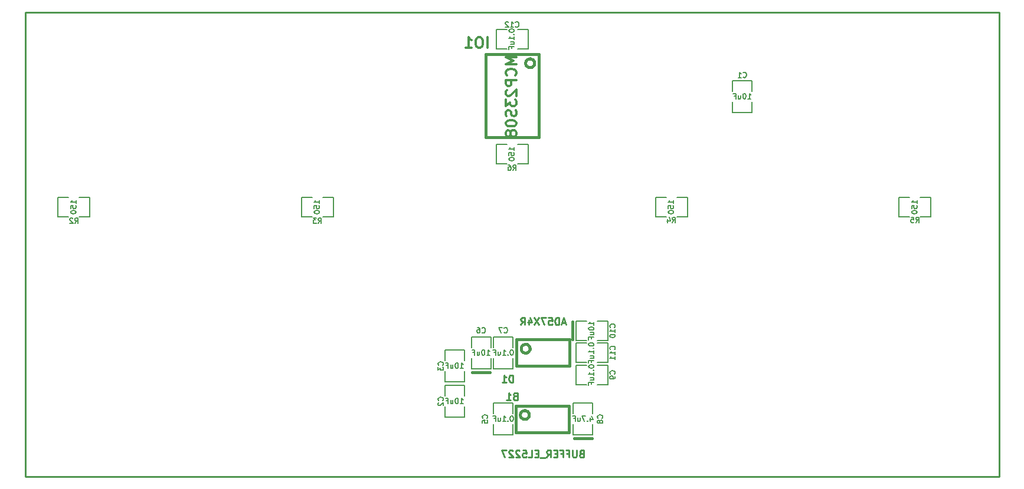
<source format=gbo>
G04 (created by PCBNEW-RS274X (2010-00-09 BZR 23xx)-stable) date Thu 04 Aug 2011 09:52:01 AM PDT*
G01*
G70*
G90*
%MOIN*%
G04 Gerber Fmt 3.4, Leading zero omitted, Abs format*
%FSLAX34Y34*%
G04 APERTURE LIST*
%ADD10C,0.006000*%
%ADD11C,0.009000*%
%ADD12C,0.015000*%
%ADD13C,0.005000*%
%ADD14C,0.012000*%
%ADD15C,0.010000*%
G04 APERTURE END LIST*
G54D10*
G54D11*
X30500Y-55750D02*
X30500Y-29500D01*
X85500Y-55750D02*
X30500Y-55750D01*
X85500Y-29500D02*
X85500Y-55750D01*
X30500Y-29500D02*
X85500Y-29500D01*
G54D12*
X56750Y-49850D02*
X55750Y-49850D01*
G54D13*
X56800Y-49050D02*
X56800Y-49650D01*
X56800Y-49650D02*
X55700Y-49650D01*
X55700Y-49650D02*
X55700Y-49050D01*
X55700Y-48450D02*
X55700Y-47850D01*
X55700Y-47850D02*
X56800Y-47850D01*
X56800Y-47850D02*
X56800Y-48450D01*
G54D12*
X62500Y-53600D02*
X61500Y-53600D01*
G54D13*
X62550Y-52800D02*
X62550Y-53400D01*
X62550Y-53400D02*
X61450Y-53400D01*
X61450Y-53400D02*
X61450Y-52800D01*
X61450Y-52200D02*
X61450Y-51600D01*
X61450Y-51600D02*
X62550Y-51600D01*
X62550Y-51600D02*
X62550Y-52200D01*
G54D12*
X61400Y-48000D02*
X61400Y-47000D01*
G54D13*
X62200Y-48050D02*
X61600Y-48050D01*
X61600Y-48050D02*
X61600Y-46950D01*
X61600Y-46950D02*
X62200Y-46950D01*
X62800Y-46950D02*
X63400Y-46950D01*
X63400Y-46950D02*
X63400Y-48050D01*
X63400Y-48050D02*
X62800Y-48050D01*
X55300Y-51800D02*
X55300Y-52400D01*
X55300Y-52400D02*
X54200Y-52400D01*
X54200Y-52400D02*
X54200Y-51800D01*
X54200Y-51200D02*
X54200Y-50600D01*
X54200Y-50600D02*
X55300Y-50600D01*
X55300Y-50600D02*
X55300Y-51200D01*
X54200Y-49200D02*
X54200Y-48600D01*
X54200Y-48600D02*
X55300Y-48600D01*
X55300Y-48600D02*
X55300Y-49200D01*
X55300Y-49800D02*
X55300Y-50400D01*
X55300Y-50400D02*
X54200Y-50400D01*
X54200Y-50400D02*
X54200Y-49800D01*
X58050Y-52800D02*
X58050Y-53400D01*
X58050Y-53400D02*
X56950Y-53400D01*
X56950Y-53400D02*
X56950Y-52800D01*
X56950Y-52200D02*
X56950Y-51600D01*
X56950Y-51600D02*
X58050Y-51600D01*
X58050Y-51600D02*
X58050Y-52200D01*
X71550Y-34550D02*
X71550Y-35150D01*
X71550Y-35150D02*
X70450Y-35150D01*
X70450Y-35150D02*
X70450Y-34550D01*
X70450Y-33950D02*
X70450Y-33350D01*
X70450Y-33350D02*
X71550Y-33350D01*
X71550Y-33350D02*
X71550Y-33950D01*
X62200Y-49300D02*
X61600Y-49300D01*
X61600Y-49300D02*
X61600Y-48200D01*
X61600Y-48200D02*
X62200Y-48200D01*
X62800Y-48200D02*
X63400Y-48200D01*
X63400Y-48200D02*
X63400Y-49300D01*
X63400Y-49300D02*
X62800Y-49300D01*
X62200Y-50550D02*
X61600Y-50550D01*
X61600Y-50550D02*
X61600Y-49450D01*
X61600Y-49450D02*
X62200Y-49450D01*
X62800Y-49450D02*
X63400Y-49450D01*
X63400Y-49450D02*
X63400Y-50550D01*
X63400Y-50550D02*
X62800Y-50550D01*
X58050Y-49050D02*
X58050Y-49650D01*
X58050Y-49650D02*
X56950Y-49650D01*
X56950Y-49650D02*
X56950Y-49050D01*
X56950Y-48450D02*
X56950Y-47850D01*
X56950Y-47850D02*
X58050Y-47850D01*
X58050Y-47850D02*
X58050Y-48450D01*
X81050Y-39950D02*
X81650Y-39950D01*
X81650Y-39950D02*
X81650Y-41050D01*
X81650Y-41050D02*
X81050Y-41050D01*
X80450Y-41050D02*
X79850Y-41050D01*
X79850Y-41050D02*
X79850Y-39950D01*
X79850Y-39950D02*
X80450Y-39950D01*
X67300Y-39950D02*
X67900Y-39950D01*
X67900Y-39950D02*
X67900Y-41050D01*
X67900Y-41050D02*
X67300Y-41050D01*
X66700Y-41050D02*
X66100Y-41050D01*
X66100Y-41050D02*
X66100Y-39950D01*
X66100Y-39950D02*
X66700Y-39950D01*
X46700Y-41050D02*
X46100Y-41050D01*
X46100Y-41050D02*
X46100Y-39950D01*
X46100Y-39950D02*
X46700Y-39950D01*
X47300Y-39950D02*
X47900Y-39950D01*
X47900Y-39950D02*
X47900Y-41050D01*
X47900Y-41050D02*
X47300Y-41050D01*
X32950Y-41050D02*
X32350Y-41050D01*
X32350Y-41050D02*
X32350Y-39950D01*
X32350Y-39950D02*
X32950Y-39950D01*
X33550Y-39950D02*
X34150Y-39950D01*
X34150Y-39950D02*
X34150Y-41050D01*
X34150Y-41050D02*
X33550Y-41050D01*
X58300Y-30450D02*
X58900Y-30450D01*
X58900Y-30450D02*
X58900Y-31550D01*
X58900Y-31550D02*
X58300Y-31550D01*
X57700Y-31550D02*
X57100Y-31550D01*
X57100Y-31550D02*
X57100Y-30450D01*
X57100Y-30450D02*
X57700Y-30450D01*
G54D12*
X56500Y-31850D02*
X56500Y-36550D01*
X59500Y-31850D02*
X59500Y-36550D01*
X59250Y-32350D02*
X59245Y-32398D01*
X59231Y-32445D01*
X59208Y-32488D01*
X59177Y-32526D01*
X59139Y-32557D01*
X59096Y-32580D01*
X59050Y-32594D01*
X59001Y-32599D01*
X58954Y-32595D01*
X58907Y-32581D01*
X58864Y-32559D01*
X58826Y-32528D01*
X58794Y-32491D01*
X58771Y-32448D01*
X58756Y-32401D01*
X58751Y-32353D01*
X58755Y-32305D01*
X58768Y-32258D01*
X58790Y-32215D01*
X58821Y-32177D01*
X58858Y-32145D01*
X58900Y-32121D01*
X58947Y-32106D01*
X58995Y-32101D01*
X59043Y-32104D01*
X59090Y-32117D01*
X59133Y-32139D01*
X59172Y-32169D01*
X59204Y-32206D01*
X59228Y-32249D01*
X59243Y-32295D01*
X59249Y-32344D01*
X59250Y-32350D01*
X59500Y-36550D02*
X56500Y-36550D01*
X56500Y-31850D02*
X59500Y-31850D01*
X58950Y-52250D02*
X58945Y-52298D01*
X58931Y-52345D01*
X58908Y-52388D01*
X58877Y-52426D01*
X58839Y-52457D01*
X58796Y-52480D01*
X58750Y-52494D01*
X58701Y-52499D01*
X58654Y-52495D01*
X58607Y-52481D01*
X58564Y-52459D01*
X58526Y-52428D01*
X58494Y-52391D01*
X58471Y-52348D01*
X58456Y-52301D01*
X58451Y-52253D01*
X58455Y-52205D01*
X58468Y-52158D01*
X58490Y-52115D01*
X58521Y-52077D01*
X58558Y-52045D01*
X58600Y-52021D01*
X58647Y-52006D01*
X58695Y-52001D01*
X58743Y-52004D01*
X58790Y-52017D01*
X58833Y-52039D01*
X58872Y-52069D01*
X58904Y-52106D01*
X58928Y-52149D01*
X58943Y-52195D01*
X58949Y-52244D01*
X58950Y-52250D01*
X58200Y-51750D02*
X61200Y-51750D01*
X61200Y-51750D02*
X61200Y-53250D01*
X61200Y-53250D02*
X58200Y-53250D01*
X58200Y-53250D02*
X58200Y-51750D01*
X59000Y-48500D02*
X58995Y-48548D01*
X58981Y-48595D01*
X58958Y-48638D01*
X58927Y-48676D01*
X58889Y-48707D01*
X58846Y-48730D01*
X58800Y-48744D01*
X58751Y-48749D01*
X58704Y-48745D01*
X58657Y-48731D01*
X58614Y-48709D01*
X58576Y-48678D01*
X58544Y-48641D01*
X58521Y-48598D01*
X58506Y-48551D01*
X58501Y-48503D01*
X58505Y-48455D01*
X58518Y-48408D01*
X58540Y-48365D01*
X58571Y-48327D01*
X58608Y-48295D01*
X58650Y-48271D01*
X58697Y-48256D01*
X58745Y-48251D01*
X58793Y-48254D01*
X58840Y-48267D01*
X58883Y-48289D01*
X58922Y-48319D01*
X58954Y-48356D01*
X58978Y-48399D01*
X58993Y-48445D01*
X58999Y-48494D01*
X59000Y-48500D01*
X58250Y-48000D02*
X61250Y-48000D01*
X61250Y-48000D02*
X61250Y-49500D01*
X61250Y-49500D02*
X58250Y-49500D01*
X58250Y-49500D02*
X58250Y-48000D01*
G54D13*
X57700Y-38050D02*
X57100Y-38050D01*
X57100Y-38050D02*
X57100Y-36950D01*
X57100Y-36950D02*
X57700Y-36950D01*
X58300Y-36950D02*
X58900Y-36950D01*
X58900Y-36950D02*
X58900Y-38050D01*
X58900Y-38050D02*
X58300Y-38050D01*
X56300Y-47593D02*
X56314Y-47607D01*
X56357Y-47621D01*
X56386Y-47621D01*
X56429Y-47607D01*
X56457Y-47579D01*
X56472Y-47550D01*
X56486Y-47493D01*
X56486Y-47450D01*
X56472Y-47393D01*
X56457Y-47364D01*
X56429Y-47336D01*
X56386Y-47321D01*
X56357Y-47321D01*
X56314Y-47336D01*
X56300Y-47350D01*
X56043Y-47321D02*
X56100Y-47321D01*
X56129Y-47336D01*
X56143Y-47350D01*
X56172Y-47393D01*
X56186Y-47450D01*
X56186Y-47564D01*
X56172Y-47593D01*
X56157Y-47607D01*
X56129Y-47621D01*
X56072Y-47621D01*
X56043Y-47607D01*
X56029Y-47593D01*
X56014Y-47564D01*
X56014Y-47493D01*
X56029Y-47464D01*
X56043Y-47450D01*
X56072Y-47436D01*
X56129Y-47436D01*
X56157Y-47450D01*
X56172Y-47464D01*
X56186Y-47493D01*
X56571Y-48871D02*
X56743Y-48871D01*
X56657Y-48871D02*
X56657Y-48571D01*
X56686Y-48614D01*
X56714Y-48643D01*
X56743Y-48657D01*
X56385Y-48571D02*
X56357Y-48571D01*
X56328Y-48586D01*
X56314Y-48600D01*
X56300Y-48629D01*
X56285Y-48686D01*
X56285Y-48757D01*
X56300Y-48814D01*
X56314Y-48843D01*
X56328Y-48857D01*
X56357Y-48871D01*
X56385Y-48871D01*
X56414Y-48857D01*
X56428Y-48843D01*
X56443Y-48814D01*
X56457Y-48757D01*
X56457Y-48686D01*
X56443Y-48629D01*
X56428Y-48600D01*
X56414Y-48586D01*
X56385Y-48571D01*
X56028Y-48671D02*
X56028Y-48871D01*
X56157Y-48671D02*
X56157Y-48829D01*
X56142Y-48857D01*
X56114Y-48871D01*
X56071Y-48871D01*
X56042Y-48857D01*
X56028Y-48843D01*
X55786Y-48714D02*
X55886Y-48714D01*
X55886Y-48871D02*
X55886Y-48571D01*
X55743Y-48571D01*
X63093Y-52450D02*
X63107Y-52436D01*
X63121Y-52393D01*
X63121Y-52364D01*
X63107Y-52321D01*
X63079Y-52293D01*
X63050Y-52278D01*
X62993Y-52264D01*
X62950Y-52264D01*
X62893Y-52278D01*
X62864Y-52293D01*
X62836Y-52321D01*
X62821Y-52364D01*
X62821Y-52393D01*
X62836Y-52436D01*
X62850Y-52450D01*
X62950Y-52621D02*
X62936Y-52593D01*
X62921Y-52578D01*
X62893Y-52564D01*
X62879Y-52564D01*
X62850Y-52578D01*
X62836Y-52593D01*
X62821Y-52621D01*
X62821Y-52678D01*
X62836Y-52707D01*
X62850Y-52721D01*
X62879Y-52736D01*
X62893Y-52736D01*
X62921Y-52721D01*
X62936Y-52707D01*
X62950Y-52678D01*
X62950Y-52621D01*
X62964Y-52593D01*
X62979Y-52578D01*
X63007Y-52564D01*
X63064Y-52564D01*
X63093Y-52578D01*
X63107Y-52593D01*
X63121Y-52621D01*
X63121Y-52678D01*
X63107Y-52707D01*
X63093Y-52721D01*
X63064Y-52736D01*
X63007Y-52736D01*
X62979Y-52721D01*
X62964Y-52707D01*
X62950Y-52678D01*
X62421Y-52421D02*
X62421Y-52621D01*
X62492Y-52307D02*
X62564Y-52521D01*
X62378Y-52521D01*
X62264Y-52593D02*
X62249Y-52607D01*
X62264Y-52621D01*
X62278Y-52607D01*
X62264Y-52593D01*
X62264Y-52621D01*
X62149Y-52321D02*
X61949Y-52321D01*
X62078Y-52621D01*
X61706Y-52421D02*
X61706Y-52621D01*
X61835Y-52421D02*
X61835Y-52579D01*
X61820Y-52607D01*
X61792Y-52621D01*
X61749Y-52621D01*
X61720Y-52607D01*
X61706Y-52593D01*
X61464Y-52464D02*
X61564Y-52464D01*
X61564Y-52621D02*
X61564Y-52321D01*
X61421Y-52321D01*
X63793Y-47307D02*
X63807Y-47293D01*
X63821Y-47250D01*
X63821Y-47221D01*
X63807Y-47178D01*
X63779Y-47150D01*
X63750Y-47135D01*
X63693Y-47121D01*
X63650Y-47121D01*
X63593Y-47135D01*
X63564Y-47150D01*
X63536Y-47178D01*
X63521Y-47221D01*
X63521Y-47250D01*
X63536Y-47293D01*
X63550Y-47307D01*
X63821Y-47593D02*
X63821Y-47421D01*
X63821Y-47507D02*
X63521Y-47507D01*
X63564Y-47478D01*
X63593Y-47450D01*
X63607Y-47421D01*
X63521Y-47779D02*
X63521Y-47807D01*
X63536Y-47836D01*
X63550Y-47850D01*
X63579Y-47864D01*
X63636Y-47879D01*
X63707Y-47879D01*
X63764Y-47864D01*
X63793Y-47850D01*
X63807Y-47836D01*
X63821Y-47807D01*
X63821Y-47779D01*
X63807Y-47750D01*
X63793Y-47736D01*
X63764Y-47721D01*
X63707Y-47707D01*
X63636Y-47707D01*
X63579Y-47721D01*
X63550Y-47736D01*
X63536Y-47750D01*
X63521Y-47779D01*
X62621Y-47179D02*
X62621Y-47007D01*
X62621Y-47093D02*
X62321Y-47093D01*
X62364Y-47064D01*
X62393Y-47036D01*
X62407Y-47007D01*
X62321Y-47365D02*
X62321Y-47393D01*
X62336Y-47422D01*
X62350Y-47436D01*
X62379Y-47450D01*
X62436Y-47465D01*
X62507Y-47465D01*
X62564Y-47450D01*
X62593Y-47436D01*
X62607Y-47422D01*
X62621Y-47393D01*
X62621Y-47365D01*
X62607Y-47336D01*
X62593Y-47322D01*
X62564Y-47307D01*
X62507Y-47293D01*
X62436Y-47293D01*
X62379Y-47307D01*
X62350Y-47322D01*
X62336Y-47336D01*
X62321Y-47365D01*
X62421Y-47722D02*
X62621Y-47722D01*
X62421Y-47593D02*
X62579Y-47593D01*
X62607Y-47608D01*
X62621Y-47636D01*
X62621Y-47679D01*
X62607Y-47708D01*
X62593Y-47722D01*
X62464Y-47964D02*
X62464Y-47864D01*
X62621Y-47864D02*
X62321Y-47864D01*
X62321Y-48007D01*
X54093Y-51450D02*
X54107Y-51436D01*
X54121Y-51393D01*
X54121Y-51364D01*
X54107Y-51321D01*
X54079Y-51293D01*
X54050Y-51278D01*
X53993Y-51264D01*
X53950Y-51264D01*
X53893Y-51278D01*
X53864Y-51293D01*
X53836Y-51321D01*
X53821Y-51364D01*
X53821Y-51393D01*
X53836Y-51436D01*
X53850Y-51450D01*
X53850Y-51564D02*
X53836Y-51578D01*
X53821Y-51607D01*
X53821Y-51678D01*
X53836Y-51707D01*
X53850Y-51721D01*
X53879Y-51736D01*
X53907Y-51736D01*
X53950Y-51721D01*
X54121Y-51550D01*
X54121Y-51736D01*
X55071Y-51621D02*
X55243Y-51621D01*
X55157Y-51621D02*
X55157Y-51321D01*
X55186Y-51364D01*
X55214Y-51393D01*
X55243Y-51407D01*
X54885Y-51321D02*
X54857Y-51321D01*
X54828Y-51336D01*
X54814Y-51350D01*
X54800Y-51379D01*
X54785Y-51436D01*
X54785Y-51507D01*
X54800Y-51564D01*
X54814Y-51593D01*
X54828Y-51607D01*
X54857Y-51621D01*
X54885Y-51621D01*
X54914Y-51607D01*
X54928Y-51593D01*
X54943Y-51564D01*
X54957Y-51507D01*
X54957Y-51436D01*
X54943Y-51379D01*
X54928Y-51350D01*
X54914Y-51336D01*
X54885Y-51321D01*
X54528Y-51421D02*
X54528Y-51621D01*
X54657Y-51421D02*
X54657Y-51579D01*
X54642Y-51607D01*
X54614Y-51621D01*
X54571Y-51621D01*
X54542Y-51607D01*
X54528Y-51593D01*
X54286Y-51464D02*
X54386Y-51464D01*
X54386Y-51621D02*
X54386Y-51321D01*
X54243Y-51321D01*
X54093Y-49450D02*
X54107Y-49436D01*
X54121Y-49393D01*
X54121Y-49364D01*
X54107Y-49321D01*
X54079Y-49293D01*
X54050Y-49278D01*
X53993Y-49264D01*
X53950Y-49264D01*
X53893Y-49278D01*
X53864Y-49293D01*
X53836Y-49321D01*
X53821Y-49364D01*
X53821Y-49393D01*
X53836Y-49436D01*
X53850Y-49450D01*
X53821Y-49550D02*
X53821Y-49736D01*
X53936Y-49636D01*
X53936Y-49678D01*
X53950Y-49707D01*
X53964Y-49721D01*
X53993Y-49736D01*
X54064Y-49736D01*
X54093Y-49721D01*
X54107Y-49707D01*
X54121Y-49678D01*
X54121Y-49593D01*
X54107Y-49564D01*
X54093Y-49550D01*
X55071Y-49621D02*
X55243Y-49621D01*
X55157Y-49621D02*
X55157Y-49321D01*
X55186Y-49364D01*
X55214Y-49393D01*
X55243Y-49407D01*
X54885Y-49321D02*
X54857Y-49321D01*
X54828Y-49336D01*
X54814Y-49350D01*
X54800Y-49379D01*
X54785Y-49436D01*
X54785Y-49507D01*
X54800Y-49564D01*
X54814Y-49593D01*
X54828Y-49607D01*
X54857Y-49621D01*
X54885Y-49621D01*
X54914Y-49607D01*
X54928Y-49593D01*
X54943Y-49564D01*
X54957Y-49507D01*
X54957Y-49436D01*
X54943Y-49379D01*
X54928Y-49350D01*
X54914Y-49336D01*
X54885Y-49321D01*
X54528Y-49421D02*
X54528Y-49621D01*
X54657Y-49421D02*
X54657Y-49579D01*
X54642Y-49607D01*
X54614Y-49621D01*
X54571Y-49621D01*
X54542Y-49607D01*
X54528Y-49593D01*
X54286Y-49464D02*
X54386Y-49464D01*
X54386Y-49621D02*
X54386Y-49321D01*
X54243Y-49321D01*
X56593Y-52450D02*
X56607Y-52436D01*
X56621Y-52393D01*
X56621Y-52364D01*
X56607Y-52321D01*
X56579Y-52293D01*
X56550Y-52278D01*
X56493Y-52264D01*
X56450Y-52264D01*
X56393Y-52278D01*
X56364Y-52293D01*
X56336Y-52321D01*
X56321Y-52364D01*
X56321Y-52393D01*
X56336Y-52436D01*
X56350Y-52450D01*
X56321Y-52721D02*
X56321Y-52578D01*
X56464Y-52564D01*
X56450Y-52578D01*
X56436Y-52607D01*
X56436Y-52678D01*
X56450Y-52707D01*
X56464Y-52721D01*
X56493Y-52736D01*
X56564Y-52736D01*
X56593Y-52721D01*
X56607Y-52707D01*
X56621Y-52678D01*
X56621Y-52607D01*
X56607Y-52578D01*
X56593Y-52564D01*
X57992Y-52321D02*
X57964Y-52321D01*
X57935Y-52336D01*
X57921Y-52350D01*
X57907Y-52379D01*
X57892Y-52436D01*
X57892Y-52507D01*
X57907Y-52564D01*
X57921Y-52593D01*
X57935Y-52607D01*
X57964Y-52621D01*
X57992Y-52621D01*
X58021Y-52607D01*
X58035Y-52593D01*
X58050Y-52564D01*
X58064Y-52507D01*
X58064Y-52436D01*
X58050Y-52379D01*
X58035Y-52350D01*
X58021Y-52336D01*
X57992Y-52321D01*
X57764Y-52593D02*
X57749Y-52607D01*
X57764Y-52621D01*
X57778Y-52607D01*
X57764Y-52593D01*
X57764Y-52621D01*
X57463Y-52621D02*
X57635Y-52621D01*
X57549Y-52621D02*
X57549Y-52321D01*
X57578Y-52364D01*
X57606Y-52393D01*
X57635Y-52407D01*
X57206Y-52421D02*
X57206Y-52621D01*
X57335Y-52421D02*
X57335Y-52579D01*
X57320Y-52607D01*
X57292Y-52621D01*
X57249Y-52621D01*
X57220Y-52607D01*
X57206Y-52593D01*
X56964Y-52464D02*
X57064Y-52464D01*
X57064Y-52621D02*
X57064Y-52321D01*
X56921Y-52321D01*
X71050Y-33143D02*
X71064Y-33157D01*
X71107Y-33171D01*
X71136Y-33171D01*
X71179Y-33157D01*
X71207Y-33129D01*
X71222Y-33100D01*
X71236Y-33043D01*
X71236Y-33000D01*
X71222Y-32943D01*
X71207Y-32914D01*
X71179Y-32886D01*
X71136Y-32871D01*
X71107Y-32871D01*
X71064Y-32886D01*
X71050Y-32900D01*
X70764Y-33171D02*
X70936Y-33171D01*
X70850Y-33171D02*
X70850Y-32871D01*
X70879Y-32914D01*
X70907Y-32943D01*
X70936Y-32957D01*
X71321Y-34371D02*
X71493Y-34371D01*
X71407Y-34371D02*
X71407Y-34071D01*
X71436Y-34114D01*
X71464Y-34143D01*
X71493Y-34157D01*
X71135Y-34071D02*
X71107Y-34071D01*
X71078Y-34086D01*
X71064Y-34100D01*
X71050Y-34129D01*
X71035Y-34186D01*
X71035Y-34257D01*
X71050Y-34314D01*
X71064Y-34343D01*
X71078Y-34357D01*
X71107Y-34371D01*
X71135Y-34371D01*
X71164Y-34357D01*
X71178Y-34343D01*
X71193Y-34314D01*
X71207Y-34257D01*
X71207Y-34186D01*
X71193Y-34129D01*
X71178Y-34100D01*
X71164Y-34086D01*
X71135Y-34071D01*
X70778Y-34171D02*
X70778Y-34371D01*
X70907Y-34171D02*
X70907Y-34329D01*
X70892Y-34357D01*
X70864Y-34371D01*
X70821Y-34371D01*
X70792Y-34357D01*
X70778Y-34343D01*
X70536Y-34214D02*
X70636Y-34214D01*
X70636Y-34371D02*
X70636Y-34071D01*
X70493Y-34071D01*
X63793Y-48557D02*
X63807Y-48543D01*
X63821Y-48500D01*
X63821Y-48471D01*
X63807Y-48428D01*
X63779Y-48400D01*
X63750Y-48385D01*
X63693Y-48371D01*
X63650Y-48371D01*
X63593Y-48385D01*
X63564Y-48400D01*
X63536Y-48428D01*
X63521Y-48471D01*
X63521Y-48500D01*
X63536Y-48543D01*
X63550Y-48557D01*
X63821Y-48843D02*
X63821Y-48671D01*
X63821Y-48757D02*
X63521Y-48757D01*
X63564Y-48728D01*
X63593Y-48700D01*
X63607Y-48671D01*
X63821Y-49129D02*
X63821Y-48957D01*
X63821Y-49043D02*
X63521Y-49043D01*
X63564Y-49014D01*
X63593Y-48986D01*
X63607Y-48957D01*
X62321Y-48258D02*
X62321Y-48286D01*
X62336Y-48315D01*
X62350Y-48329D01*
X62379Y-48343D01*
X62436Y-48358D01*
X62507Y-48358D01*
X62564Y-48343D01*
X62593Y-48329D01*
X62607Y-48315D01*
X62621Y-48286D01*
X62621Y-48258D01*
X62607Y-48229D01*
X62593Y-48215D01*
X62564Y-48200D01*
X62507Y-48186D01*
X62436Y-48186D01*
X62379Y-48200D01*
X62350Y-48215D01*
X62336Y-48229D01*
X62321Y-48258D01*
X62593Y-48486D02*
X62607Y-48501D01*
X62621Y-48486D01*
X62607Y-48472D01*
X62593Y-48486D01*
X62621Y-48486D01*
X62621Y-48787D02*
X62621Y-48615D01*
X62621Y-48701D02*
X62321Y-48701D01*
X62364Y-48672D01*
X62393Y-48644D01*
X62407Y-48615D01*
X62421Y-49044D02*
X62621Y-49044D01*
X62421Y-48915D02*
X62579Y-48915D01*
X62607Y-48930D01*
X62621Y-48958D01*
X62621Y-49001D01*
X62607Y-49030D01*
X62593Y-49044D01*
X62464Y-49286D02*
X62464Y-49186D01*
X62621Y-49186D02*
X62321Y-49186D01*
X62321Y-49329D01*
X63793Y-49950D02*
X63807Y-49936D01*
X63821Y-49893D01*
X63821Y-49864D01*
X63807Y-49821D01*
X63779Y-49793D01*
X63750Y-49778D01*
X63693Y-49764D01*
X63650Y-49764D01*
X63593Y-49778D01*
X63564Y-49793D01*
X63536Y-49821D01*
X63521Y-49864D01*
X63521Y-49893D01*
X63536Y-49936D01*
X63550Y-49950D01*
X63821Y-50093D02*
X63821Y-50150D01*
X63807Y-50178D01*
X63793Y-50193D01*
X63750Y-50221D01*
X63693Y-50236D01*
X63579Y-50236D01*
X63550Y-50221D01*
X63536Y-50207D01*
X63521Y-50178D01*
X63521Y-50121D01*
X63536Y-50093D01*
X63550Y-50078D01*
X63579Y-50064D01*
X63650Y-50064D01*
X63679Y-50078D01*
X63693Y-50093D01*
X63707Y-50121D01*
X63707Y-50178D01*
X63693Y-50207D01*
X63679Y-50221D01*
X63650Y-50236D01*
X62321Y-49508D02*
X62321Y-49536D01*
X62336Y-49565D01*
X62350Y-49579D01*
X62379Y-49593D01*
X62436Y-49608D01*
X62507Y-49608D01*
X62564Y-49593D01*
X62593Y-49579D01*
X62607Y-49565D01*
X62621Y-49536D01*
X62621Y-49508D01*
X62607Y-49479D01*
X62593Y-49465D01*
X62564Y-49450D01*
X62507Y-49436D01*
X62436Y-49436D01*
X62379Y-49450D01*
X62350Y-49465D01*
X62336Y-49479D01*
X62321Y-49508D01*
X62593Y-49736D02*
X62607Y-49751D01*
X62621Y-49736D01*
X62607Y-49722D01*
X62593Y-49736D01*
X62621Y-49736D01*
X62621Y-50037D02*
X62621Y-49865D01*
X62621Y-49951D02*
X62321Y-49951D01*
X62364Y-49922D01*
X62393Y-49894D01*
X62407Y-49865D01*
X62421Y-50294D02*
X62621Y-50294D01*
X62421Y-50165D02*
X62579Y-50165D01*
X62607Y-50180D01*
X62621Y-50208D01*
X62621Y-50251D01*
X62607Y-50280D01*
X62593Y-50294D01*
X62464Y-50536D02*
X62464Y-50436D01*
X62621Y-50436D02*
X62321Y-50436D01*
X62321Y-50579D01*
X57550Y-47593D02*
X57564Y-47607D01*
X57607Y-47621D01*
X57636Y-47621D01*
X57679Y-47607D01*
X57707Y-47579D01*
X57722Y-47550D01*
X57736Y-47493D01*
X57736Y-47450D01*
X57722Y-47393D01*
X57707Y-47364D01*
X57679Y-47336D01*
X57636Y-47321D01*
X57607Y-47321D01*
X57564Y-47336D01*
X57550Y-47350D01*
X57450Y-47321D02*
X57250Y-47321D01*
X57379Y-47621D01*
X57992Y-48571D02*
X57964Y-48571D01*
X57935Y-48586D01*
X57921Y-48600D01*
X57907Y-48629D01*
X57892Y-48686D01*
X57892Y-48757D01*
X57907Y-48814D01*
X57921Y-48843D01*
X57935Y-48857D01*
X57964Y-48871D01*
X57992Y-48871D01*
X58021Y-48857D01*
X58035Y-48843D01*
X58050Y-48814D01*
X58064Y-48757D01*
X58064Y-48686D01*
X58050Y-48629D01*
X58035Y-48600D01*
X58021Y-48586D01*
X57992Y-48571D01*
X57764Y-48843D02*
X57749Y-48857D01*
X57764Y-48871D01*
X57778Y-48857D01*
X57764Y-48843D01*
X57764Y-48871D01*
X57463Y-48871D02*
X57635Y-48871D01*
X57549Y-48871D02*
X57549Y-48571D01*
X57578Y-48614D01*
X57606Y-48643D01*
X57635Y-48657D01*
X57206Y-48671D02*
X57206Y-48871D01*
X57335Y-48671D02*
X57335Y-48829D01*
X57320Y-48857D01*
X57292Y-48871D01*
X57249Y-48871D01*
X57220Y-48857D01*
X57206Y-48843D01*
X56964Y-48714D02*
X57064Y-48714D01*
X57064Y-48871D02*
X57064Y-48571D01*
X56921Y-48571D01*
X80800Y-41371D02*
X80900Y-41229D01*
X80972Y-41371D02*
X80972Y-41071D01*
X80857Y-41071D01*
X80829Y-41086D01*
X80814Y-41100D01*
X80800Y-41129D01*
X80800Y-41171D01*
X80814Y-41200D01*
X80829Y-41214D01*
X80857Y-41229D01*
X80972Y-41229D01*
X80529Y-41071D02*
X80672Y-41071D01*
X80686Y-41214D01*
X80672Y-41200D01*
X80643Y-41186D01*
X80572Y-41186D01*
X80543Y-41200D01*
X80529Y-41214D01*
X80514Y-41243D01*
X80514Y-41314D01*
X80529Y-41343D01*
X80543Y-41357D01*
X80572Y-41371D01*
X80643Y-41371D01*
X80672Y-41357D01*
X80686Y-41343D01*
X80871Y-40300D02*
X80871Y-40128D01*
X80871Y-40214D02*
X80571Y-40214D01*
X80614Y-40185D01*
X80643Y-40157D01*
X80657Y-40128D01*
X80571Y-40571D02*
X80571Y-40428D01*
X80714Y-40414D01*
X80700Y-40428D01*
X80686Y-40457D01*
X80686Y-40528D01*
X80700Y-40557D01*
X80714Y-40571D01*
X80743Y-40586D01*
X80814Y-40586D01*
X80843Y-40571D01*
X80857Y-40557D01*
X80871Y-40528D01*
X80871Y-40457D01*
X80857Y-40428D01*
X80843Y-40414D01*
X80571Y-40772D02*
X80571Y-40800D01*
X80586Y-40829D01*
X80600Y-40843D01*
X80629Y-40857D01*
X80686Y-40872D01*
X80757Y-40872D01*
X80814Y-40857D01*
X80843Y-40843D01*
X80857Y-40829D01*
X80871Y-40800D01*
X80871Y-40772D01*
X80857Y-40743D01*
X80843Y-40729D01*
X80814Y-40714D01*
X80757Y-40700D01*
X80686Y-40700D01*
X80629Y-40714D01*
X80600Y-40729D01*
X80586Y-40743D01*
X80571Y-40772D01*
X67050Y-41371D02*
X67150Y-41229D01*
X67222Y-41371D02*
X67222Y-41071D01*
X67107Y-41071D01*
X67079Y-41086D01*
X67064Y-41100D01*
X67050Y-41129D01*
X67050Y-41171D01*
X67064Y-41200D01*
X67079Y-41214D01*
X67107Y-41229D01*
X67222Y-41229D01*
X66793Y-41171D02*
X66793Y-41371D01*
X66864Y-41057D02*
X66936Y-41271D01*
X66750Y-41271D01*
X67121Y-40300D02*
X67121Y-40128D01*
X67121Y-40214D02*
X66821Y-40214D01*
X66864Y-40185D01*
X66893Y-40157D01*
X66907Y-40128D01*
X66821Y-40571D02*
X66821Y-40428D01*
X66964Y-40414D01*
X66950Y-40428D01*
X66936Y-40457D01*
X66936Y-40528D01*
X66950Y-40557D01*
X66964Y-40571D01*
X66993Y-40586D01*
X67064Y-40586D01*
X67093Y-40571D01*
X67107Y-40557D01*
X67121Y-40528D01*
X67121Y-40457D01*
X67107Y-40428D01*
X67093Y-40414D01*
X66821Y-40772D02*
X66821Y-40800D01*
X66836Y-40829D01*
X66850Y-40843D01*
X66879Y-40857D01*
X66936Y-40872D01*
X67007Y-40872D01*
X67064Y-40857D01*
X67093Y-40843D01*
X67107Y-40829D01*
X67121Y-40800D01*
X67121Y-40772D01*
X67107Y-40743D01*
X67093Y-40729D01*
X67064Y-40714D01*
X67007Y-40700D01*
X66936Y-40700D01*
X66879Y-40714D01*
X66850Y-40729D01*
X66836Y-40743D01*
X66821Y-40772D01*
X47050Y-41421D02*
X47150Y-41279D01*
X47222Y-41421D02*
X47222Y-41121D01*
X47107Y-41121D01*
X47079Y-41136D01*
X47064Y-41150D01*
X47050Y-41179D01*
X47050Y-41221D01*
X47064Y-41250D01*
X47079Y-41264D01*
X47107Y-41279D01*
X47222Y-41279D01*
X46950Y-41121D02*
X46764Y-41121D01*
X46864Y-41236D01*
X46822Y-41236D01*
X46793Y-41250D01*
X46779Y-41264D01*
X46764Y-41293D01*
X46764Y-41364D01*
X46779Y-41393D01*
X46793Y-41407D01*
X46822Y-41421D01*
X46907Y-41421D01*
X46936Y-41407D01*
X46950Y-41393D01*
X47121Y-40300D02*
X47121Y-40128D01*
X47121Y-40214D02*
X46821Y-40214D01*
X46864Y-40185D01*
X46893Y-40157D01*
X46907Y-40128D01*
X46821Y-40571D02*
X46821Y-40428D01*
X46964Y-40414D01*
X46950Y-40428D01*
X46936Y-40457D01*
X46936Y-40528D01*
X46950Y-40557D01*
X46964Y-40571D01*
X46993Y-40586D01*
X47064Y-40586D01*
X47093Y-40571D01*
X47107Y-40557D01*
X47121Y-40528D01*
X47121Y-40457D01*
X47107Y-40428D01*
X47093Y-40414D01*
X46821Y-40772D02*
X46821Y-40800D01*
X46836Y-40829D01*
X46850Y-40843D01*
X46879Y-40857D01*
X46936Y-40872D01*
X47007Y-40872D01*
X47064Y-40857D01*
X47093Y-40843D01*
X47107Y-40829D01*
X47121Y-40800D01*
X47121Y-40772D01*
X47107Y-40743D01*
X47093Y-40729D01*
X47064Y-40714D01*
X47007Y-40700D01*
X46936Y-40700D01*
X46879Y-40714D01*
X46850Y-40729D01*
X46836Y-40743D01*
X46821Y-40772D01*
X33300Y-41421D02*
X33400Y-41279D01*
X33472Y-41421D02*
X33472Y-41121D01*
X33357Y-41121D01*
X33329Y-41136D01*
X33314Y-41150D01*
X33300Y-41179D01*
X33300Y-41221D01*
X33314Y-41250D01*
X33329Y-41264D01*
X33357Y-41279D01*
X33472Y-41279D01*
X33186Y-41150D02*
X33172Y-41136D01*
X33143Y-41121D01*
X33072Y-41121D01*
X33043Y-41136D01*
X33029Y-41150D01*
X33014Y-41179D01*
X33014Y-41207D01*
X33029Y-41250D01*
X33200Y-41421D01*
X33014Y-41421D01*
X33371Y-40300D02*
X33371Y-40128D01*
X33371Y-40214D02*
X33071Y-40214D01*
X33114Y-40185D01*
X33143Y-40157D01*
X33157Y-40128D01*
X33071Y-40571D02*
X33071Y-40428D01*
X33214Y-40414D01*
X33200Y-40428D01*
X33186Y-40457D01*
X33186Y-40528D01*
X33200Y-40557D01*
X33214Y-40571D01*
X33243Y-40586D01*
X33314Y-40586D01*
X33343Y-40571D01*
X33357Y-40557D01*
X33371Y-40528D01*
X33371Y-40457D01*
X33357Y-40428D01*
X33343Y-40414D01*
X33071Y-40772D02*
X33071Y-40800D01*
X33086Y-40829D01*
X33100Y-40843D01*
X33129Y-40857D01*
X33186Y-40872D01*
X33257Y-40872D01*
X33314Y-40857D01*
X33343Y-40843D01*
X33357Y-40829D01*
X33371Y-40800D01*
X33371Y-40772D01*
X33357Y-40743D01*
X33343Y-40729D01*
X33314Y-40714D01*
X33257Y-40700D01*
X33186Y-40700D01*
X33129Y-40714D01*
X33100Y-40729D01*
X33086Y-40743D01*
X33071Y-40772D01*
X58193Y-30293D02*
X58207Y-30307D01*
X58250Y-30321D01*
X58279Y-30321D01*
X58322Y-30307D01*
X58350Y-30279D01*
X58365Y-30250D01*
X58379Y-30193D01*
X58379Y-30150D01*
X58365Y-30093D01*
X58350Y-30064D01*
X58322Y-30036D01*
X58279Y-30021D01*
X58250Y-30021D01*
X58207Y-30036D01*
X58193Y-30050D01*
X57907Y-30321D02*
X58079Y-30321D01*
X57993Y-30321D02*
X57993Y-30021D01*
X58022Y-30064D01*
X58050Y-30093D01*
X58079Y-30107D01*
X57793Y-30050D02*
X57779Y-30036D01*
X57750Y-30021D01*
X57679Y-30021D01*
X57650Y-30036D01*
X57636Y-30050D01*
X57621Y-30079D01*
X57621Y-30107D01*
X57636Y-30150D01*
X57807Y-30321D01*
X57621Y-30321D01*
X57821Y-30508D02*
X57821Y-30536D01*
X57836Y-30565D01*
X57850Y-30579D01*
X57879Y-30593D01*
X57936Y-30608D01*
X58007Y-30608D01*
X58064Y-30593D01*
X58093Y-30579D01*
X58107Y-30565D01*
X58121Y-30536D01*
X58121Y-30508D01*
X58107Y-30479D01*
X58093Y-30465D01*
X58064Y-30450D01*
X58007Y-30436D01*
X57936Y-30436D01*
X57879Y-30450D01*
X57850Y-30465D01*
X57836Y-30479D01*
X57821Y-30508D01*
X58093Y-30736D02*
X58107Y-30751D01*
X58121Y-30736D01*
X58107Y-30722D01*
X58093Y-30736D01*
X58121Y-30736D01*
X58121Y-31037D02*
X58121Y-30865D01*
X58121Y-30951D02*
X57821Y-30951D01*
X57864Y-30922D01*
X57893Y-30894D01*
X57907Y-30865D01*
X57921Y-31294D02*
X58121Y-31294D01*
X57921Y-31165D02*
X58079Y-31165D01*
X58107Y-31180D01*
X58121Y-31208D01*
X58121Y-31251D01*
X58107Y-31280D01*
X58093Y-31294D01*
X57964Y-31536D02*
X57964Y-31436D01*
X58121Y-31436D02*
X57821Y-31436D01*
X57821Y-31579D01*
G54D14*
X56600Y-31493D02*
X56600Y-30893D01*
X56200Y-30893D02*
X56086Y-30893D01*
X56028Y-30921D01*
X55971Y-30979D01*
X55943Y-31093D01*
X55943Y-31293D01*
X55971Y-31407D01*
X56028Y-31464D01*
X56086Y-31493D01*
X56200Y-31493D01*
X56257Y-31464D01*
X56314Y-31407D01*
X56343Y-31293D01*
X56343Y-31093D01*
X56314Y-30979D01*
X56257Y-30921D01*
X56200Y-30893D01*
X55371Y-31493D02*
X55714Y-31493D01*
X55542Y-31493D02*
X55542Y-30893D01*
X55599Y-30979D01*
X55657Y-31036D01*
X55714Y-31064D01*
X58243Y-32023D02*
X57643Y-32023D01*
X58071Y-32223D01*
X57643Y-32423D01*
X58243Y-32423D01*
X58186Y-33052D02*
X58214Y-33023D01*
X58243Y-32937D01*
X58243Y-32880D01*
X58214Y-32795D01*
X58157Y-32737D01*
X58100Y-32709D01*
X57986Y-32680D01*
X57900Y-32680D01*
X57786Y-32709D01*
X57729Y-32737D01*
X57671Y-32795D01*
X57643Y-32880D01*
X57643Y-32937D01*
X57671Y-33023D01*
X57700Y-33052D01*
X58243Y-33309D02*
X57643Y-33309D01*
X57643Y-33537D01*
X57671Y-33595D01*
X57700Y-33623D01*
X57757Y-33652D01*
X57843Y-33652D01*
X57900Y-33623D01*
X57929Y-33595D01*
X57957Y-33537D01*
X57957Y-33309D01*
X57700Y-33880D02*
X57671Y-33909D01*
X57643Y-33966D01*
X57643Y-34109D01*
X57671Y-34166D01*
X57700Y-34195D01*
X57757Y-34223D01*
X57814Y-34223D01*
X57900Y-34195D01*
X58243Y-33852D01*
X58243Y-34223D01*
X57643Y-34423D02*
X57643Y-34794D01*
X57871Y-34594D01*
X57871Y-34680D01*
X57900Y-34737D01*
X57929Y-34766D01*
X57986Y-34794D01*
X58129Y-34794D01*
X58186Y-34766D01*
X58214Y-34737D01*
X58243Y-34680D01*
X58243Y-34508D01*
X58214Y-34451D01*
X58186Y-34423D01*
X58214Y-35022D02*
X58243Y-35108D01*
X58243Y-35251D01*
X58214Y-35308D01*
X58186Y-35337D01*
X58129Y-35365D01*
X58071Y-35365D01*
X58014Y-35337D01*
X57986Y-35308D01*
X57957Y-35251D01*
X57929Y-35137D01*
X57900Y-35079D01*
X57871Y-35051D01*
X57814Y-35022D01*
X57757Y-35022D01*
X57700Y-35051D01*
X57671Y-35079D01*
X57643Y-35137D01*
X57643Y-35279D01*
X57671Y-35365D01*
X57643Y-35736D02*
X57643Y-35793D01*
X57671Y-35850D01*
X57700Y-35879D01*
X57757Y-35908D01*
X57871Y-35936D01*
X58014Y-35936D01*
X58129Y-35908D01*
X58186Y-35879D01*
X58214Y-35850D01*
X58243Y-35793D01*
X58243Y-35736D01*
X58214Y-35679D01*
X58186Y-35650D01*
X58129Y-35622D01*
X58014Y-35593D01*
X57871Y-35593D01*
X57757Y-35622D01*
X57700Y-35650D01*
X57671Y-35679D01*
X57643Y-35736D01*
X57900Y-36279D02*
X57871Y-36221D01*
X57843Y-36193D01*
X57786Y-36164D01*
X57757Y-36164D01*
X57700Y-36193D01*
X57671Y-36221D01*
X57643Y-36279D01*
X57643Y-36393D01*
X57671Y-36450D01*
X57700Y-36479D01*
X57757Y-36507D01*
X57786Y-36507D01*
X57843Y-36479D01*
X57871Y-36450D01*
X57900Y-36393D01*
X57900Y-36279D01*
X57929Y-36221D01*
X57957Y-36193D01*
X58014Y-36164D01*
X58129Y-36164D01*
X58186Y-36193D01*
X58214Y-36221D01*
X58243Y-36279D01*
X58243Y-36393D01*
X58214Y-36450D01*
X58186Y-36479D01*
X58129Y-36507D01*
X58014Y-36507D01*
X57957Y-36479D01*
X57929Y-36450D01*
X57900Y-36393D01*
G54D15*
X58161Y-51202D02*
X58104Y-51221D01*
X58085Y-51240D01*
X58066Y-51279D01*
X58066Y-51336D01*
X58085Y-51374D01*
X58104Y-51393D01*
X58142Y-51412D01*
X58295Y-51412D01*
X58295Y-51012D01*
X58161Y-51012D01*
X58123Y-51031D01*
X58104Y-51050D01*
X58085Y-51088D01*
X58085Y-51126D01*
X58104Y-51164D01*
X58123Y-51183D01*
X58161Y-51202D01*
X58295Y-51202D01*
X57685Y-51412D02*
X57914Y-51412D01*
X57800Y-51412D02*
X57800Y-51012D01*
X57838Y-51069D01*
X57876Y-51107D01*
X57914Y-51126D01*
X61912Y-54452D02*
X61855Y-54471D01*
X61836Y-54490D01*
X61817Y-54529D01*
X61817Y-54586D01*
X61836Y-54624D01*
X61855Y-54643D01*
X61893Y-54662D01*
X62046Y-54662D01*
X62046Y-54262D01*
X61912Y-54262D01*
X61874Y-54281D01*
X61855Y-54300D01*
X61836Y-54338D01*
X61836Y-54376D01*
X61855Y-54414D01*
X61874Y-54433D01*
X61912Y-54452D01*
X62046Y-54452D01*
X61646Y-54262D02*
X61646Y-54586D01*
X61627Y-54624D01*
X61608Y-54643D01*
X61570Y-54662D01*
X61493Y-54662D01*
X61455Y-54643D01*
X61436Y-54624D01*
X61417Y-54586D01*
X61417Y-54262D01*
X61093Y-54452D02*
X61227Y-54452D01*
X61227Y-54662D02*
X61227Y-54262D01*
X61036Y-54262D01*
X60750Y-54452D02*
X60884Y-54452D01*
X60884Y-54662D02*
X60884Y-54262D01*
X60693Y-54262D01*
X60541Y-54452D02*
X60407Y-54452D01*
X60350Y-54662D02*
X60541Y-54662D01*
X60541Y-54262D01*
X60350Y-54262D01*
X59950Y-54662D02*
X60084Y-54471D01*
X60179Y-54662D02*
X60179Y-54262D01*
X60026Y-54262D01*
X59988Y-54281D01*
X59969Y-54300D01*
X59950Y-54338D01*
X59950Y-54395D01*
X59969Y-54433D01*
X59988Y-54452D01*
X60026Y-54471D01*
X60179Y-54471D01*
X59874Y-54700D02*
X59569Y-54700D01*
X59474Y-54452D02*
X59340Y-54452D01*
X59283Y-54662D02*
X59474Y-54662D01*
X59474Y-54262D01*
X59283Y-54262D01*
X58921Y-54662D02*
X59112Y-54662D01*
X59112Y-54262D01*
X58597Y-54262D02*
X58788Y-54262D01*
X58807Y-54452D01*
X58788Y-54433D01*
X58750Y-54414D01*
X58654Y-54414D01*
X58616Y-54433D01*
X58597Y-54452D01*
X58578Y-54490D01*
X58578Y-54586D01*
X58597Y-54624D01*
X58616Y-54643D01*
X58654Y-54662D01*
X58750Y-54662D01*
X58788Y-54643D01*
X58807Y-54624D01*
X58426Y-54300D02*
X58407Y-54281D01*
X58369Y-54262D01*
X58273Y-54262D01*
X58235Y-54281D01*
X58216Y-54300D01*
X58197Y-54338D01*
X58197Y-54376D01*
X58216Y-54433D01*
X58445Y-54662D01*
X58197Y-54662D01*
X58045Y-54300D02*
X58026Y-54281D01*
X57988Y-54262D01*
X57892Y-54262D01*
X57854Y-54281D01*
X57835Y-54300D01*
X57816Y-54338D01*
X57816Y-54376D01*
X57835Y-54433D01*
X58064Y-54662D01*
X57816Y-54662D01*
X57683Y-54262D02*
X57416Y-54262D01*
X57588Y-54662D01*
X58045Y-50412D02*
X58045Y-50012D01*
X57950Y-50012D01*
X57892Y-50031D01*
X57854Y-50069D01*
X57835Y-50107D01*
X57816Y-50183D01*
X57816Y-50240D01*
X57835Y-50317D01*
X57854Y-50355D01*
X57892Y-50393D01*
X57950Y-50412D01*
X58045Y-50412D01*
X57435Y-50412D02*
X57664Y-50412D01*
X57550Y-50412D02*
X57550Y-50012D01*
X57588Y-50069D01*
X57626Y-50107D01*
X57664Y-50126D01*
X61007Y-47048D02*
X60816Y-47048D01*
X61045Y-47162D02*
X60912Y-46762D01*
X60778Y-47162D01*
X60645Y-47162D02*
X60645Y-46762D01*
X60550Y-46762D01*
X60492Y-46781D01*
X60454Y-46819D01*
X60435Y-46857D01*
X60416Y-46933D01*
X60416Y-46990D01*
X60435Y-47067D01*
X60454Y-47105D01*
X60492Y-47143D01*
X60550Y-47162D01*
X60645Y-47162D01*
X60054Y-46762D02*
X60245Y-46762D01*
X60264Y-46952D01*
X60245Y-46933D01*
X60207Y-46914D01*
X60111Y-46914D01*
X60073Y-46933D01*
X60054Y-46952D01*
X60035Y-46990D01*
X60035Y-47086D01*
X60054Y-47124D01*
X60073Y-47143D01*
X60111Y-47162D01*
X60207Y-47162D01*
X60245Y-47143D01*
X60264Y-47124D01*
X59902Y-46762D02*
X59635Y-46762D01*
X59807Y-47162D01*
X59521Y-46762D02*
X59254Y-47162D01*
X59254Y-46762D02*
X59521Y-47162D01*
X58930Y-46895D02*
X58930Y-47162D01*
X59026Y-46743D02*
X59121Y-47029D01*
X58873Y-47029D01*
X58492Y-47162D02*
X58626Y-46971D01*
X58721Y-47162D02*
X58721Y-46762D01*
X58568Y-46762D01*
X58530Y-46781D01*
X58511Y-46800D01*
X58492Y-46838D01*
X58492Y-46895D01*
X58511Y-46933D01*
X58530Y-46952D01*
X58568Y-46971D01*
X58721Y-46971D01*
G54D13*
X58050Y-38421D02*
X58150Y-38279D01*
X58222Y-38421D02*
X58222Y-38121D01*
X58107Y-38121D01*
X58079Y-38136D01*
X58064Y-38150D01*
X58050Y-38179D01*
X58050Y-38221D01*
X58064Y-38250D01*
X58079Y-38264D01*
X58107Y-38279D01*
X58222Y-38279D01*
X57793Y-38121D02*
X57850Y-38121D01*
X57879Y-38136D01*
X57893Y-38150D01*
X57922Y-38193D01*
X57936Y-38250D01*
X57936Y-38364D01*
X57922Y-38393D01*
X57907Y-38407D01*
X57879Y-38421D01*
X57822Y-38421D01*
X57793Y-38407D01*
X57779Y-38393D01*
X57764Y-38364D01*
X57764Y-38293D01*
X57779Y-38264D01*
X57793Y-38250D01*
X57822Y-38236D01*
X57879Y-38236D01*
X57907Y-38250D01*
X57922Y-38264D01*
X57936Y-38293D01*
X58121Y-37300D02*
X58121Y-37128D01*
X58121Y-37214D02*
X57821Y-37214D01*
X57864Y-37185D01*
X57893Y-37157D01*
X57907Y-37128D01*
X57821Y-37571D02*
X57821Y-37428D01*
X57964Y-37414D01*
X57950Y-37428D01*
X57936Y-37457D01*
X57936Y-37528D01*
X57950Y-37557D01*
X57964Y-37571D01*
X57993Y-37586D01*
X58064Y-37586D01*
X58093Y-37571D01*
X58107Y-37557D01*
X58121Y-37528D01*
X58121Y-37457D01*
X58107Y-37428D01*
X58093Y-37414D01*
X57821Y-37772D02*
X57821Y-37800D01*
X57836Y-37829D01*
X57850Y-37843D01*
X57879Y-37857D01*
X57936Y-37872D01*
X58007Y-37872D01*
X58064Y-37857D01*
X58093Y-37843D01*
X58107Y-37829D01*
X58121Y-37800D01*
X58121Y-37772D01*
X58107Y-37743D01*
X58093Y-37729D01*
X58064Y-37714D01*
X58007Y-37700D01*
X57936Y-37700D01*
X57879Y-37714D01*
X57850Y-37729D01*
X57836Y-37743D01*
X57821Y-37772D01*
M02*

</source>
